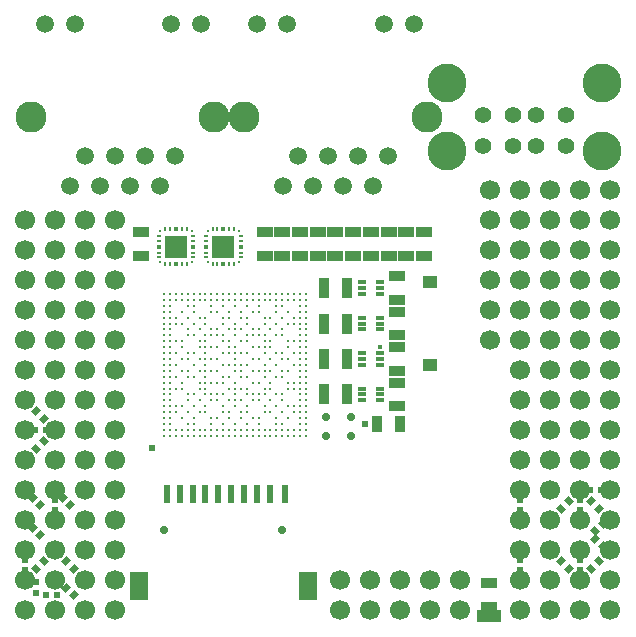
<source format=gts>
G04*
G04 #@! TF.GenerationSoftware,Altium Limited,Altium Designer,24.5.2 (23)*
G04*
G04 Layer_Color=13421772*
%FSLAX25Y25*%
%MOIN*%
G70*
G04*
G04 #@! TF.SameCoordinates,883B40CB-B18D-427C-8B65-5A5AB1BE87B9*
G04*
G04*
G04 #@! TF.FilePolarity,Negative*
G04*
G01*
G75*
%ADD25R,0.02638X0.01181*%
%ADD34R,0.05512X0.03543*%
%ADD35R,0.04724X0.03937*%
%ADD36R,0.07874X0.03937*%
%ADD37R,0.01968X0.02362*%
%ADD38R,0.05906X0.09213*%
%ADD39R,0.02362X0.05906*%
%ADD40R,0.03543X0.05512*%
G04:AMPARAMS|DCode=41|XSize=19.68mil|YSize=23.62mil|CornerRadius=0mil|HoleSize=0mil|Usage=FLASHONLY|Rotation=225.000|XOffset=0mil|YOffset=0mil|HoleType=Round|Shape=Rectangle|*
%AMROTATEDRECTD41*
4,1,4,-0.00139,0.01531,0.01531,-0.00139,0.00139,-0.01531,-0.01531,0.00139,-0.00139,0.01531,0.0*
%
%ADD41ROTATEDRECTD41*%

G04:AMPARAMS|DCode=42|XSize=19.68mil|YSize=23.62mil|CornerRadius=0mil|HoleSize=0mil|Usage=FLASHONLY|Rotation=135.000|XOffset=0mil|YOffset=0mil|HoleType=Round|Shape=Rectangle|*
%AMROTATEDRECTD42*
4,1,4,0.01531,0.00139,-0.00139,-0.01531,-0.01531,-0.00139,0.00139,0.01531,0.01531,0.00139,0.0*
%
%ADD42ROTATEDRECTD42*%

%ADD43R,0.02362X0.01968*%
%ADD44R,0.03543X0.07087*%
G04:AMPARAMS|DCode=45|XSize=23.62mil|YSize=27.56mil|CornerRadius=5.91mil|HoleSize=0mil|Usage=FLASHONLY|Rotation=270.000|XOffset=0mil|YOffset=0mil|HoleType=Round|Shape=RoundedRectangle|*
%AMROUNDEDRECTD45*
21,1,0.02362,0.01575,0,0,270.0*
21,1,0.01181,0.02756,0,0,270.0*
1,1,0.01181,-0.00787,-0.00591*
1,1,0.01181,-0.00787,0.00591*
1,1,0.01181,0.00787,0.00591*
1,1,0.01181,0.00787,-0.00591*
%
%ADD45ROUNDEDRECTD45*%
%ADD46R,0.01600X0.01800*%
%ADD47R,0.01000X0.01000*%
%ADD48R,0.07480X0.07480*%
%ADD49R,0.00800X0.01800*%
%ADD50R,0.01800X0.00800*%
%ADD51R,0.01800X0.01600*%
%ADD52C,0.00984*%
%ADD53R,0.01968X0.01968*%
%ADD54C,0.05906*%
%ADD55C,0.10354*%
%ADD56C,0.06693*%
%ADD57C,0.02756*%
%ADD58C,0.05512*%
%ADD59C,0.12992*%
%ADD60C,0.01693*%
D25*
X14803Y11812D02*
D03*
Y9843D02*
D03*
Y7874D02*
D03*
X20630D02*
D03*
Y9843D02*
D03*
Y11812D02*
D03*
X14803Y-23621D02*
D03*
Y-25591D02*
D03*
Y-27560D02*
D03*
X20630D02*
D03*
Y-25591D02*
D03*
Y-23621D02*
D03*
X14803Y-11811D02*
D03*
Y-13780D02*
D03*
Y-15748D02*
D03*
X20630D02*
D03*
Y-13780D02*
D03*
Y-11811D02*
D03*
X14803Y0D02*
D03*
Y-1969D02*
D03*
Y-3937D02*
D03*
X20630D02*
D03*
Y-1969D02*
D03*
Y0D02*
D03*
D34*
X26575Y13780D02*
D03*
Y5906D02*
D03*
X35433Y28543D02*
D03*
Y20669D02*
D03*
X57087Y-88583D02*
D03*
Y-96457D02*
D03*
X26575Y-29528D02*
D03*
Y-21654D02*
D03*
Y-17717D02*
D03*
Y-9843D02*
D03*
Y-5906D02*
D03*
Y1969D02*
D03*
X-59055Y20669D02*
D03*
Y28543D02*
D03*
X-17717D02*
D03*
Y20669D02*
D03*
X-11811Y28543D02*
D03*
Y20669D02*
D03*
X-5906Y28543D02*
D03*
Y20669D02*
D03*
X0Y28543D02*
D03*
Y20669D02*
D03*
X11811D02*
D03*
Y28543D02*
D03*
X5906Y20669D02*
D03*
Y28543D02*
D03*
X23622Y20669D02*
D03*
Y28543D02*
D03*
X17717Y20669D02*
D03*
Y28543D02*
D03*
X29528Y20669D02*
D03*
Y28543D02*
D03*
D35*
X37402Y11811D02*
D03*
Y-15748D02*
D03*
D36*
X57087Y-99410D02*
D03*
D37*
X90728Y-57500D02*
D03*
X94272D02*
D03*
X-90728Y-37500D02*
D03*
X-94272D02*
D03*
X-90522Y-92500D02*
D03*
X-86978D02*
D03*
D38*
X-3268Y-89370D02*
D03*
X-59724D02*
D03*
D39*
X-20079Y-58858D02*
D03*
X-24409D02*
D03*
X-28740D02*
D03*
X-33071D02*
D03*
X-37402D02*
D03*
X-41732D02*
D03*
X-46063D02*
D03*
X-50394D02*
D03*
X-10827D02*
D03*
X-15748D02*
D03*
D40*
X19685Y-35433D02*
D03*
X27559D02*
D03*
D41*
X-91247Y-41247D02*
D03*
X-93753Y-43753D02*
D03*
X91247Y-83753D02*
D03*
X93753Y-81247D02*
D03*
X83753Y-61247D02*
D03*
X81247Y-63753D02*
D03*
X-91247Y-81247D02*
D03*
X-93753Y-83753D02*
D03*
X95003Y-68747D02*
D03*
X92497Y-71253D02*
D03*
D42*
X-91247Y-33753D02*
D03*
X-93753Y-31247D02*
D03*
X83753Y-83753D02*
D03*
X81247Y-81247D02*
D03*
X-95003Y-69997D02*
D03*
X-92497Y-72503D02*
D03*
X-81247Y-83753D02*
D03*
X-83753Y-81247D02*
D03*
X91247Y-61247D02*
D03*
X93753Y-63753D02*
D03*
X-95003Y-59997D02*
D03*
X-92497Y-62503D02*
D03*
X-81247Y-92503D02*
D03*
X-83753Y-89997D02*
D03*
X-85003Y-59997D02*
D03*
X-82497Y-62503D02*
D03*
X95003Y-76253D02*
D03*
X92497Y-73747D02*
D03*
D43*
X-87500Y-64272D02*
D03*
Y-60728D02*
D03*
X87500Y-84272D02*
D03*
Y-80728D02*
D03*
Y-60728D02*
D03*
Y-64272D02*
D03*
X67500Y-84272D02*
D03*
Y-80728D02*
D03*
Y-60728D02*
D03*
Y-64272D02*
D03*
X-97500Y-80728D02*
D03*
Y-84272D02*
D03*
X-93750Y-91772D02*
D03*
Y-88228D02*
D03*
D44*
X1969Y9843D02*
D03*
X9843D02*
D03*
X1969Y-25591D02*
D03*
X9843D02*
D03*
X1969Y-13780D02*
D03*
X9843D02*
D03*
X1969Y-1969D02*
D03*
X9843D02*
D03*
D45*
X2756Y-39567D02*
D03*
Y-33268D02*
D03*
X11024D02*
D03*
Y-39567D02*
D03*
D46*
X-31496Y17815D02*
D03*
Y29429D02*
D03*
X-47244Y17815D02*
D03*
Y29429D02*
D03*
D47*
X-36713Y18406D02*
D03*
Y28839D02*
D03*
X-26280D02*
D03*
Y18406D02*
D03*
X-52461D02*
D03*
Y28839D02*
D03*
X-42028D02*
D03*
Y18406D02*
D03*
D48*
X-31496Y23622D02*
D03*
X-47244D02*
D03*
D49*
X-27953Y17815D02*
D03*
X-29528D02*
D03*
X-33465D02*
D03*
X-35039D02*
D03*
Y29429D02*
D03*
X-33465D02*
D03*
X-29528D02*
D03*
X-27953D02*
D03*
X-43701Y17815D02*
D03*
X-45276D02*
D03*
X-49213D02*
D03*
X-50787D02*
D03*
Y29429D02*
D03*
X-49213D02*
D03*
X-45276D02*
D03*
X-43701D02*
D03*
D50*
X-37303Y20079D02*
D03*
Y21654D02*
D03*
Y25591D02*
D03*
Y27165D02*
D03*
X-25689D02*
D03*
Y25591D02*
D03*
Y21654D02*
D03*
Y20079D02*
D03*
X-53051D02*
D03*
Y21654D02*
D03*
Y25591D02*
D03*
Y27165D02*
D03*
X-41437D02*
D03*
Y25591D02*
D03*
Y21654D02*
D03*
Y20079D02*
D03*
D51*
X-37303Y23622D02*
D03*
X-25689D02*
D03*
X-53051D02*
D03*
X-41437D02*
D03*
D52*
X-51181Y7874D02*
D03*
X-49213D02*
D03*
X-47244D02*
D03*
X-45276D02*
D03*
X-43307D02*
D03*
X-41339D02*
D03*
X-39370D02*
D03*
X-37402D02*
D03*
X-35433D02*
D03*
X-33465D02*
D03*
X-31496D02*
D03*
X-29528D02*
D03*
X-27559D02*
D03*
X-25591D02*
D03*
X-23622D02*
D03*
X-21654D02*
D03*
X-19685D02*
D03*
X-17717D02*
D03*
X-15748D02*
D03*
X-13780D02*
D03*
X-11811D02*
D03*
X-9843D02*
D03*
X-7874D02*
D03*
X-5906D02*
D03*
X-3937D02*
D03*
X-51181Y5906D02*
D03*
X-49213D02*
D03*
X-47244D02*
D03*
X-45276D02*
D03*
X-43307D02*
D03*
X-41339D02*
D03*
X-39370D02*
D03*
X-37402D02*
D03*
X-35433D02*
D03*
X-33465D02*
D03*
X-31496D02*
D03*
X-29528D02*
D03*
X-27559D02*
D03*
X-25591D02*
D03*
X-23622D02*
D03*
X-21654D02*
D03*
X-19685D02*
D03*
X-17717D02*
D03*
X-15748D02*
D03*
X-13780D02*
D03*
X-11811D02*
D03*
X-9843D02*
D03*
X-7874D02*
D03*
X-5906D02*
D03*
X-3937D02*
D03*
X-51181Y3937D02*
D03*
X-49213D02*
D03*
X-43307D02*
D03*
X-41339D02*
D03*
X-35433D02*
D03*
X-31496D02*
D03*
X-27559D02*
D03*
X-23622D02*
D03*
X-19685D02*
D03*
X-13780D02*
D03*
X-11811D02*
D03*
X-5906D02*
D03*
X-3937D02*
D03*
X-51181Y1969D02*
D03*
X-49213D02*
D03*
X-45276D02*
D03*
X-41339D02*
D03*
X-35433D02*
D03*
X-33465D02*
D03*
X-29528D02*
D03*
X-25591D02*
D03*
X-21654D02*
D03*
X-19685D02*
D03*
X-13780D02*
D03*
X-9843D02*
D03*
X-5906D02*
D03*
X-3937D02*
D03*
X-51181Y-0D02*
D03*
X-49213D02*
D03*
X-47244D02*
D03*
X-43307D02*
D03*
X-39370D02*
D03*
X-37402D02*
D03*
X-31496D02*
D03*
X-29528D02*
D03*
X-25591D02*
D03*
X-23622D02*
D03*
X-17717D02*
D03*
X-15748D02*
D03*
X-11811D02*
D03*
X-7874D02*
D03*
X-5906D02*
D03*
X-3937D02*
D03*
X-51181Y-1969D02*
D03*
X-49213D02*
D03*
X-47244D02*
D03*
X-45276D02*
D03*
X-41339D02*
D03*
X-37402D02*
D03*
X-31496D02*
D03*
X-27559D02*
D03*
X-23622D02*
D03*
X-17717D02*
D03*
X-13780D02*
D03*
X-9843D02*
D03*
X-7874D02*
D03*
X-5906D02*
D03*
X-3937D02*
D03*
X-51181Y-3937D02*
D03*
X-49213D02*
D03*
X-43307D02*
D03*
X-39370D02*
D03*
X-35433D02*
D03*
X-33465D02*
D03*
X-29528D02*
D03*
X-27559D02*
D03*
X-25591D02*
D03*
X-21654D02*
D03*
X-19685D02*
D03*
X-15748D02*
D03*
X-11811D02*
D03*
X-5906D02*
D03*
X-3937D02*
D03*
X-51181Y-5906D02*
D03*
X-49213D02*
D03*
X-43307D02*
D03*
X-41339D02*
D03*
X-37402D02*
D03*
X-35433D02*
D03*
X-33465D02*
D03*
X-31496D02*
D03*
X-27559D02*
D03*
X-23622D02*
D03*
X-21654D02*
D03*
X-19685D02*
D03*
X-17717D02*
D03*
X-13780D02*
D03*
X-11811D02*
D03*
X-5906D02*
D03*
X-3937D02*
D03*
X-51181Y-7874D02*
D03*
X-49213D02*
D03*
X-47244D02*
D03*
X-45276D02*
D03*
X-39370D02*
D03*
X-37402D02*
D03*
X-31496D02*
D03*
X-29528D02*
D03*
X-25591D02*
D03*
X-23622D02*
D03*
X-17717D02*
D03*
X-15748D02*
D03*
X-9843D02*
D03*
X-7874D02*
D03*
X-5906D02*
D03*
X-3937D02*
D03*
X-51181Y-9843D02*
D03*
X-49213D02*
D03*
X-45276D02*
D03*
X-39370D02*
D03*
X-37402D02*
D03*
X-35433D02*
D03*
X-33465D02*
D03*
X-29528D02*
D03*
X-27559D02*
D03*
X-21654D02*
D03*
X-19685D02*
D03*
X-17717D02*
D03*
X-15748D02*
D03*
X-9843D02*
D03*
X-5906D02*
D03*
X-3937D02*
D03*
X-51181Y-11811D02*
D03*
X-49213D02*
D03*
X-47244D02*
D03*
X-43307D02*
D03*
X-41339D02*
D03*
X-37402D02*
D03*
X-31496D02*
D03*
X-29528D02*
D03*
X-27559D02*
D03*
X-25591D02*
D03*
X-23622D02*
D03*
X-17717D02*
D03*
X-13780D02*
D03*
X-11811D02*
D03*
X-7874D02*
D03*
X-5906D02*
D03*
X-3937D02*
D03*
X-51181Y-13780D02*
D03*
X-49213D02*
D03*
X-45276D02*
D03*
X-43307D02*
D03*
X-39370D02*
D03*
X-37402D02*
D03*
X-35433D02*
D03*
X-33465D02*
D03*
X-27559D02*
D03*
X-21654D02*
D03*
X-19685D02*
D03*
X-15748D02*
D03*
X-11811D02*
D03*
X-9843D02*
D03*
X-5906D02*
D03*
X-3937D02*
D03*
X-51181Y-15748D02*
D03*
X-49213D02*
D03*
X-47244D02*
D03*
X-41339D02*
D03*
X-37402D02*
D03*
X-31496D02*
D03*
X-29528D02*
D03*
X-27559D02*
D03*
X-25591D02*
D03*
X-23622D02*
D03*
X-17717D02*
D03*
X-13780D02*
D03*
X-7874D02*
D03*
X-5906D02*
D03*
X-3937D02*
D03*
X-51181Y-17717D02*
D03*
X-49213D02*
D03*
X-45276D02*
D03*
X-43307D02*
D03*
X-39370D02*
D03*
X-37402D02*
D03*
X-35433D02*
D03*
X-33465D02*
D03*
X-27559D02*
D03*
X-25591D02*
D03*
X-21654D02*
D03*
X-19685D02*
D03*
X-17717D02*
D03*
X-15748D02*
D03*
X-11811D02*
D03*
X-9843D02*
D03*
X-5906D02*
D03*
X-3937D02*
D03*
X-51181Y-19685D02*
D03*
X-49213D02*
D03*
X-47244D02*
D03*
X-43307D02*
D03*
X-41339D02*
D03*
X-37402D02*
D03*
X-31496D02*
D03*
X-29528D02*
D03*
X-25591D02*
D03*
X-23622D02*
D03*
X-17717D02*
D03*
X-13780D02*
D03*
X-11811D02*
D03*
X-5906D02*
D03*
X-3937D02*
D03*
X-51181Y-21654D02*
D03*
X-49213D02*
D03*
X-45276D02*
D03*
X-39370D02*
D03*
X-37402D02*
D03*
X-35433D02*
D03*
X-33465D02*
D03*
X-31496D02*
D03*
X-27559D02*
D03*
X-21654D02*
D03*
X-19685D02*
D03*
X-15748D02*
D03*
X-9843D02*
D03*
X-7874D02*
D03*
X-5906D02*
D03*
X-3937D02*
D03*
X-51181Y-23622D02*
D03*
X-49213D02*
D03*
X-47244D02*
D03*
X-45276D02*
D03*
X-39370D02*
D03*
X-37402D02*
D03*
X-29528D02*
D03*
X-27559D02*
D03*
X-25591D02*
D03*
X-23622D02*
D03*
X-17717D02*
D03*
X-15748D02*
D03*
X-9843D02*
D03*
X-7874D02*
D03*
X-5906D02*
D03*
X-3937D02*
D03*
X-51181Y-25591D02*
D03*
X-49213D02*
D03*
X-43307D02*
D03*
X-41339D02*
D03*
X-37402D02*
D03*
X-35433D02*
D03*
X-33465D02*
D03*
X-31496D02*
D03*
X-27559D02*
D03*
X-23622D02*
D03*
X-21654D02*
D03*
X-19685D02*
D03*
X-17717D02*
D03*
X-13780D02*
D03*
X-11811D02*
D03*
X-5906D02*
D03*
X-3937D02*
D03*
X-51181Y-27559D02*
D03*
X-49213D02*
D03*
X-43307D02*
D03*
X-39370D02*
D03*
X-35433D02*
D03*
X-33465D02*
D03*
X-29528D02*
D03*
X-27559D02*
D03*
X-25591D02*
D03*
X-21654D02*
D03*
X-19685D02*
D03*
X-15748D02*
D03*
X-11811D02*
D03*
X-5906D02*
D03*
X-3937D02*
D03*
X-51181Y-29528D02*
D03*
X-49213D02*
D03*
X-47244D02*
D03*
X-45276D02*
D03*
X-41339D02*
D03*
X-37402D02*
D03*
X-31496D02*
D03*
X-27559D02*
D03*
X-23622D02*
D03*
X-17717D02*
D03*
X-13780D02*
D03*
X-9843D02*
D03*
X-7874D02*
D03*
X-5906D02*
D03*
X-3937D02*
D03*
X-51181Y-31496D02*
D03*
X-49213D02*
D03*
X-47244D02*
D03*
X-43307D02*
D03*
X-39370D02*
D03*
X-37402D02*
D03*
X-31496D02*
D03*
X-29528D02*
D03*
X-25591D02*
D03*
X-23622D02*
D03*
X-17717D02*
D03*
X-15748D02*
D03*
X-11811D02*
D03*
X-7874D02*
D03*
X-5906D02*
D03*
X-3937D02*
D03*
X-51181Y-33465D02*
D03*
X-49213D02*
D03*
X-45276D02*
D03*
X-41339D02*
D03*
X-35433D02*
D03*
X-33465D02*
D03*
X-29528D02*
D03*
X-25591D02*
D03*
X-21654D02*
D03*
X-19685D02*
D03*
X-13780D02*
D03*
X-9843D02*
D03*
X-5906D02*
D03*
X-3937D02*
D03*
X-51181Y-35433D02*
D03*
X-49213D02*
D03*
X-43307D02*
D03*
X-41339D02*
D03*
X-35433D02*
D03*
X-31496D02*
D03*
X-27559D02*
D03*
X-23622D02*
D03*
X-19685D02*
D03*
X-13780D02*
D03*
X-11811D02*
D03*
X-5906D02*
D03*
X-3937D02*
D03*
X-51181Y-37402D02*
D03*
X-49213D02*
D03*
X-47244D02*
D03*
X-45276D02*
D03*
X-43307D02*
D03*
X-41339D02*
D03*
X-39370D02*
D03*
X-37402D02*
D03*
X-35433D02*
D03*
X-33465D02*
D03*
X-31496D02*
D03*
X-29528D02*
D03*
X-27559D02*
D03*
X-25591D02*
D03*
X-23622D02*
D03*
X-21654D02*
D03*
X-19685D02*
D03*
X-17717D02*
D03*
X-15748D02*
D03*
X-13780D02*
D03*
X-11811D02*
D03*
X-9843D02*
D03*
X-7874D02*
D03*
X-5906D02*
D03*
X-3937D02*
D03*
X-51181Y-39370D02*
D03*
X-49213D02*
D03*
X-47244D02*
D03*
X-45276D02*
D03*
X-43307D02*
D03*
X-41339D02*
D03*
X-39370D02*
D03*
X-37402D02*
D03*
X-35433D02*
D03*
X-33465D02*
D03*
X-31496D02*
D03*
X-29528D02*
D03*
X-27559D02*
D03*
X-25591D02*
D03*
X-23622D02*
D03*
X-21654D02*
D03*
X-19685D02*
D03*
X-17717D02*
D03*
X-15748D02*
D03*
X-13780D02*
D03*
X-11811D02*
D03*
X-9843D02*
D03*
X-7874D02*
D03*
X-5906D02*
D03*
X-3937D02*
D03*
D53*
X15748Y-35433D02*
D03*
X-55118Y-43307D02*
D03*
D54*
X-11594Y43740D02*
D03*
X-6594Y53740D02*
D03*
X-1595Y43740D02*
D03*
X3405Y53740D02*
D03*
X8405Y43740D02*
D03*
X13406Y53740D02*
D03*
X23405D02*
D03*
X18406Y43740D02*
D03*
X31988Y98032D02*
D03*
X-10177D02*
D03*
X21988D02*
D03*
X-20177D02*
D03*
X-91043D02*
D03*
X-48878D02*
D03*
X-81043D02*
D03*
X-38878D02*
D03*
X-52461Y43740D02*
D03*
X-47461Y53740D02*
D03*
X-57461D02*
D03*
X-62461Y43740D02*
D03*
X-67461Y53740D02*
D03*
X-72461Y43740D02*
D03*
X-77461Y53740D02*
D03*
X-82461Y43740D02*
D03*
D55*
X-24587Y66732D02*
D03*
X36398D02*
D03*
X-34468D02*
D03*
X-95453D02*
D03*
D56*
X57500Y-7500D02*
D03*
X77500Y-67500D02*
D03*
X97500Y-97500D02*
D03*
Y-87500D02*
D03*
X87500Y-97500D02*
D03*
X67500D02*
D03*
X77500D02*
D03*
Y-87500D02*
D03*
X97500Y-77500D02*
D03*
Y-67500D02*
D03*
X87500Y-77500D02*
D03*
Y-67500D02*
D03*
X77500Y-77500D02*
D03*
X67500D02*
D03*
Y-67500D02*
D03*
X97500Y-27500D02*
D03*
Y-17500D02*
D03*
X87500D02*
D03*
X77500D02*
D03*
X57500Y22500D02*
D03*
X77500Y-27500D02*
D03*
X97500Y-37500D02*
D03*
X87500D02*
D03*
X97500Y-57500D02*
D03*
X77500D02*
D03*
X-77500Y-97500D02*
D03*
X-67500D02*
D03*
X-97500D02*
D03*
X-87500D02*
D03*
X17500Y-87500D02*
D03*
X27500Y-97500D02*
D03*
X47500D02*
D03*
X7500D02*
D03*
Y-87500D02*
D03*
X17500Y-97500D02*
D03*
X57500Y32500D02*
D03*
Y2500D02*
D03*
Y12500D02*
D03*
X97500Y-7500D02*
D03*
X87500D02*
D03*
X77500D02*
D03*
X67500D02*
D03*
X97500Y-47500D02*
D03*
X87500D02*
D03*
X77500D02*
D03*
X67500D02*
D03*
X97500Y12500D02*
D03*
X87500D02*
D03*
X77500D02*
D03*
X67500D02*
D03*
X97500Y2500D02*
D03*
X77500D02*
D03*
Y-37500D02*
D03*
X67500D02*
D03*
X57500Y42500D02*
D03*
X77500Y22500D02*
D03*
X67500D02*
D03*
X77500Y32500D02*
D03*
X87500Y22500D02*
D03*
X97500Y32500D02*
D03*
Y22500D02*
D03*
X-67500Y-47500D02*
D03*
Y12500D02*
D03*
Y32500D02*
D03*
X97500Y42500D02*
D03*
X-67500Y-27500D02*
D03*
Y-87500D02*
D03*
X87500Y42500D02*
D03*
X77500D02*
D03*
X67500D02*
D03*
X-97500Y-77500D02*
D03*
Y-67500D02*
D03*
Y-57500D02*
D03*
Y-47500D02*
D03*
Y-37500D02*
D03*
Y-27500D02*
D03*
X-87500Y-77500D02*
D03*
Y-57500D02*
D03*
Y-47500D02*
D03*
Y-27500D02*
D03*
X-77500Y-77500D02*
D03*
Y-67500D02*
D03*
Y-57500D02*
D03*
Y-47500D02*
D03*
Y-37500D02*
D03*
Y-27500D02*
D03*
X-67500Y-77500D02*
D03*
Y-57500D02*
D03*
X-97500Y-17500D02*
D03*
Y-7500D02*
D03*
Y2500D02*
D03*
Y12500D02*
D03*
Y22500D02*
D03*
Y32500D02*
D03*
X-87500Y-17500D02*
D03*
Y2500D02*
D03*
Y12500D02*
D03*
Y32500D02*
D03*
X-77500Y-17500D02*
D03*
Y2500D02*
D03*
Y12500D02*
D03*
Y22500D02*
D03*
Y32500D02*
D03*
X-67500Y-17500D02*
D03*
Y2500D02*
D03*
X-87500Y22500D02*
D03*
X-67500D02*
D03*
X-87500Y-7500D02*
D03*
X-67500D02*
D03*
X-87500Y-37500D02*
D03*
X-67500D02*
D03*
X-87500Y-67500D02*
D03*
X-67500D02*
D03*
X-77500Y-87500D02*
D03*
X87500D02*
D03*
X67500D02*
D03*
X87500Y-57500D02*
D03*
X67500D02*
D03*
X87500Y-27500D02*
D03*
X67500D02*
D03*
X87500Y2500D02*
D03*
X67500D02*
D03*
X87500Y32500D02*
D03*
X67500D02*
D03*
X-77500Y-7500D02*
D03*
X-97500Y-87500D02*
D03*
X67500Y-17500D02*
D03*
X47500Y-87500D02*
D03*
X37500Y-97500D02*
D03*
Y-87500D02*
D03*
X27500D02*
D03*
X-87500D02*
D03*
D57*
X-11811Y-70866D02*
D03*
X-51181D02*
D03*
D58*
X82677Y57087D02*
D03*
X72835D02*
D03*
X64961D02*
D03*
X55118D02*
D03*
X82677Y67402D02*
D03*
X72835D02*
D03*
X64961D02*
D03*
X55118D02*
D03*
D59*
X94764Y55709D02*
D03*
X43031D02*
D03*
Y78071D02*
D03*
X94764D02*
D03*
D60*
X20669Y-9843D02*
D03*
M02*

</source>
